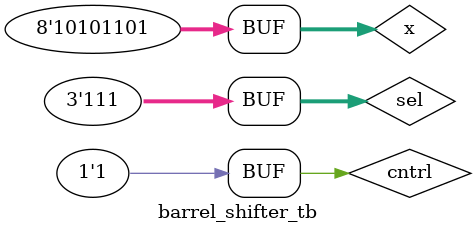
<source format=v>
module design_2_1_MUX(
		input a0,
		input a1,
		input s,
		output z
		);
	wire T1,T2,sbar;
	not(sbar,s);
	and (T1,a1,s) , (T2,a0,sbar);
	or (z,T1,T2);
endmodule

module layer_0_8_8_MUX(
        input [7:0] x,
        input cntrl,
        output [7:0] z
        );
	design_2_1_MUX b1(x[0],x[7],cntrl,z[0]);
	design_2_1_MUX b2(x[1],x[6],cntrl,z[1]);
	design_2_1_MUX b3(x[2],x[5],cntrl,z[2]);
	design_2_1_MUX b4(x[3],x[4],cntrl,z[3]);
	design_2_1_MUX b5(x[4],x[3],cntrl,z[4]);
	design_2_1_MUX b6(x[5],x[2],cntrl,z[5]);
	design_2_1_MUX b7(x[6],x[1],cntrl,z[6]);
	design_2_1_MUX b8(x[7],x[0],cntrl,z[7]);
endmodule

module layer_1_8_8_MUX(
        input [7:0] x,
        input  sel,
        output [7:0] z
        );
	design_2_1_MUX b1(x[0],1'b0,sel,z[0]);
	design_2_1_MUX b2(x[1],x[0],sel,z[1]);
	design_2_1_MUX b3(x[2],x[1],sel,z[2]);
	design_2_1_MUX b4(x[3],x[2],sel,z[3]);
	design_2_1_MUX b5(x[4],x[3],sel,z[4]);
	design_2_1_MUX b6(x[5],x[4],sel,z[5]);
	design_2_1_MUX b7(x[6],x[5],sel,z[6]);
    design_2_1_MUX b8(x[7],x[6],sel,z[7]);
endmodule

module layer_2_8_8_MUX(
        input [7:0] x,
        input  sel,
        output [7:0] z
        );
	design_2_1_MUX b1(x[0],1'b0,sel,z[0]);
	design_2_1_MUX b2(x[1],1'b0,sel,z[1]);
	design_2_1_MUX b3(x[2],x[0],sel,z[2]);
	design_2_1_MUX b4(x[3],x[1],sel,z[3]);
	design_2_1_MUX b5(x[4],x[2],sel,z[4]);
	design_2_1_MUX b6(x[5],x[3],sel,z[5]);
	design_2_1_MUX b7(x[6],x[4],sel,z[6]);
    design_2_1_MUX b8(x[7],x[5],sel,z[7]);
endmodule

module layer_3_8_8_MUX(
        input [7:0] x,
        input  sel,
        output [7:0] z
        );
	design_2_1_MUX b1(x[0],1'b0,sel,z[0]);
	design_2_1_MUX b2(x[1],1'b0,sel,z[1]);
	design_2_1_MUX b3(x[2],1'b0,sel,z[2]);
	design_2_1_MUX b4(x[3],1'b0,sel,z[3]);
	design_2_1_MUX b5(x[4],x[0],sel,z[4]);
	design_2_1_MUX b6(x[5],x[1],sel,z[5]);
	design_2_1_MUX b7(x[6],x[2],sel,z[6]);
    design_2_1_MUX b8(x[7],x[3],sel,z[7]);
endmodule

module barrel_shifter(
        input [7:0] x,
        input [2:0] sel,
        input cntrl,
        output [7:0] z
        );
    wire [7:0]z0;
    wire [7:0]z1;
    wire [7:0]z2;
    wire [7:0]z3;
    layer_0_8_8_MUX l0(x,cntrl,z0);
    layer_1_8_8_MUX l1(z0,sel[0],z1);
    layer_2_8_8_MUX l2(z1,sel[1],z2);
    layer_3_8_8_MUX l3(z2,sel[2],z3);
    layer_0_8_8_MUX l4(z3,cntrl,z);
endmodule

module barrel_shifter_tb;
	// Inputs
	reg [7:0] x;
	reg  [2:0]sel;
    reg cntrl;
	// Outputs
	wire [7:0]z;
	// Instantiate the Unit Under Test (UUT)
	barrel_shifter uut (
		.x(x), 
		.sel(sel), 
        .cntrl(cntrl),
		.z(z)
	);
 
	initial begin	
		$dumpfile("test.vcd");
    	$dumpvars(0,barrel_shifter_tb);
	end

	initial begin
	// Initialize Inputs
	#0  x = 8'b10101101;sel=3'b000 ;cntrl=1'b0;
    #10 sel=3'b001 ;cntrl=1'b0;
	#10 sel=3'b010 ;cntrl=1'b0;
	#10 sel=3'b011 ;cntrl=1'b0;
	#10 sel=3'b100 ;cntrl=1'b0;
	#10 sel=3'b101 ;cntrl=1'b0;
	#10 sel=3'b110 ;cntrl=1'b0;
	#10 sel=3'b111 ;cntrl=1'b0;
    #10 sel=3'b000 ;cntrl=1'b1;
    #10 sel=3'b001 ;cntrl=1'b1;
	#10 sel=3'b010 ;cntrl=1'b1;
	#10 sel=3'b011 ;cntrl=1'b1;
	#10 sel=3'b100 ;cntrl=1'b1;
	#10 sel=3'b101 ;cntrl=1'b1;
	#10 sel=3'b110 ;cntrl=1'b1;
	#10 sel=3'b111 ;cntrl=1'b1;
    #10;
	end  

	initial begin
		$monitor("t=%3d x=%b,sel=%b,z=%b,cntrl=%b \n",$time,x,sel,z,cntrl);
	end
 
endmodule
</source>
